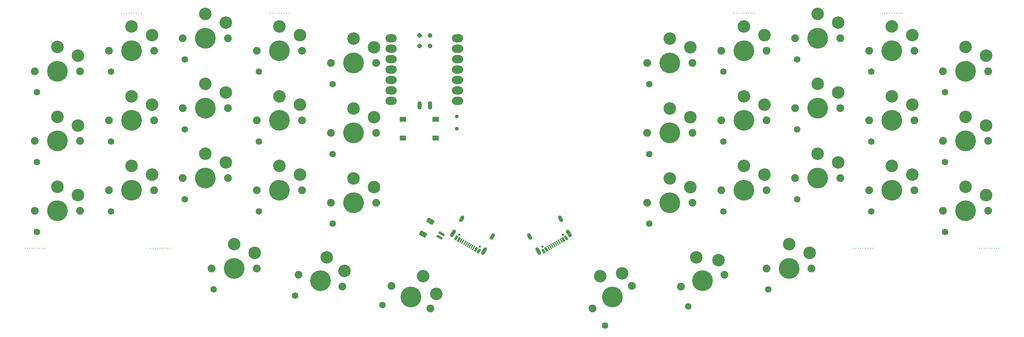
<source format=gbr>
%TF.GenerationSoftware,KiCad,Pcbnew,(6.0.8-1)-1*%
%TF.CreationDate,2022-11-15T13:56:25-05:00*%
%TF.ProjectId,kb2,6b62322e-6b69-4636-9164-5f7063625858,rev?*%
%TF.SameCoordinates,Original*%
%TF.FileFunction,Soldermask,Top*%
%TF.FilePolarity,Negative*%
%FSLAX46Y46*%
G04 Gerber Fmt 4.6, Leading zero omitted, Abs format (unit mm)*
G04 Created by KiCad (PCBNEW (6.0.8-1)-1) date 2022-11-15 13:56:25*
%MOMM*%
%LPD*%
G01*
G04 APERTURE LIST*
G04 Aperture macros list*
%AMRoundRect*
0 Rectangle with rounded corners*
0 $1 Rounding radius*
0 $2 $3 $4 $5 $6 $7 $8 $9 X,Y pos of 4 corners*
0 Add a 4 corners polygon primitive as box body*
4,1,4,$2,$3,$4,$5,$6,$7,$8,$9,$2,$3,0*
0 Add four circle primitives for the rounded corners*
1,1,$1+$1,$2,$3*
1,1,$1+$1,$4,$5*
1,1,$1+$1,$6,$7*
1,1,$1+$1,$8,$9*
0 Add four rect primitives between the rounded corners*
20,1,$1+$1,$2,$3,$4,$5,0*
20,1,$1+$1,$4,$5,$6,$7,0*
20,1,$1+$1,$6,$7,$8,$9,0*
20,1,$1+$1,$8,$9,$2,$3,0*%
%AMHorizOval*
0 Thick line with rounded ends*
0 $1 width*
0 $2 $3 position (X,Y) of the first rounded end (center of the circle)*
0 $4 $5 position (X,Y) of the second rounded end (center of the circle)*
0 Add line between two ends*
20,1,$1,$2,$3,$4,$5,0*
0 Add two circle primitives to create the rounded ends*
1,1,$1,$2,$3*
1,1,$1,$4,$5*%
%AMRotRect*
0 Rectangle, with rotation*
0 The origin of the aperture is its center*
0 $1 length*
0 $2 width*
0 $3 Rotation angle, in degrees counterclockwise*
0 Add horizontal line*
21,1,$1,$2,0,0,$3*%
G04 Aperture macros list end*
%ADD10C,0.300000*%
%ADD11C,5.050000*%
%ADD12C,1.900000*%
%ADD13C,1.600000*%
%ADD14C,3.050000*%
%ADD15C,0.600000*%
%ADD16RotRect,0.600000X1.160000X150.000000*%
%ADD17RotRect,0.300000X1.160000X330.000000*%
%ADD18HorizOval,0.900000X-0.275000X-0.476314X0.275000X0.476314X0*%
%ADD19HorizOval,0.900000X-0.200000X-0.346410X0.200000X0.346410X0*%
%ADD20R,1.550000X1.300000*%
%ADD21O,2.748280X1.998980*%
%ADD22O,1.016000X2.032000*%
%ADD23C,1.143000*%
%ADD24RoundRect,0.150000X-0.466266X0.442404X-0.616266X0.182596X0.466266X-0.442404X0.616266X-0.182596X0*%
%ADD25RoundRect,0.250000X-0.387917X0.628109X-0.737917X0.021891X0.387917X-0.628109X0.737917X-0.021891X0*%
%ADD26RotRect,0.600000X1.160000X210.000000*%
%ADD27RotRect,0.300000X1.160000X30.000000*%
%ADD28HorizOval,0.900000X0.275000X-0.476314X-0.275000X0.476314X0*%
%ADD29HorizOval,0.900000X0.200000X-0.346410X-0.200000X0.346410X0*%
%ADD30C,0.939800*%
G04 APERTURE END LIST*
D10*
%TO.C,*%
X242756872Y-113150000D03*
%TD*%
%TO.C,*%
X243350622Y-113150000D03*
%TD*%
%TO.C,*%
X238600622Y-113150000D03*
%TD*%
%TO.C,*%
X239194372Y-113150000D03*
%TD*%
%TO.C,*%
X241569372Y-113150000D03*
%TD*%
%TO.C,*%
X242163122Y-113150000D03*
%TD*%
%TO.C,*%
X240975622Y-113150000D03*
%TD*%
%TO.C,*%
X239788122Y-113150000D03*
%TD*%
%TO.C,*%
X240381872Y-113150000D03*
%TD*%
%TO.C,*%
X273500000Y-113150000D03*
%TD*%
%TO.C,*%
X274093750Y-113150000D03*
%TD*%
%TO.C,*%
X269343750Y-113150000D03*
%TD*%
%TO.C,*%
X269937500Y-113150000D03*
%TD*%
%TO.C,*%
X272312500Y-113150000D03*
%TD*%
%TO.C,*%
X272906250Y-113150000D03*
%TD*%
%TO.C,*%
X271718750Y-113150000D03*
%TD*%
%TO.C,*%
X270531250Y-113150000D03*
%TD*%
%TO.C,*%
X271125000Y-113150000D03*
%TD*%
%TO.C,*%
X71756872Y-113150000D03*
%TD*%
%TO.C,*%
X72350622Y-113150000D03*
%TD*%
%TO.C,*%
X67600622Y-113150000D03*
%TD*%
%TO.C,*%
X68194372Y-113150000D03*
%TD*%
%TO.C,*%
X70569372Y-113150000D03*
%TD*%
%TO.C,*%
X71163122Y-113150000D03*
%TD*%
%TO.C,*%
X69975622Y-113150000D03*
%TD*%
%TO.C,*%
X68788122Y-113150000D03*
%TD*%
%TO.C,*%
X69381872Y-113150000D03*
%TD*%
%TO.C,*%
X211430628Y-55850000D03*
%TD*%
%TO.C,*%
X41256872Y-113150000D03*
%TD*%
D11*
%TO.C,SW13*%
X212000000Y-99000000D03*
D12*
X206500000Y-99000000D03*
D13*
X207000000Y-104150000D03*
D14*
X217000000Y-95200000D03*
X212000000Y-93100000D03*
D12*
X217500000Y-99000000D03*
%TD*%
D13*
%TO.C,SW25*%
X94000000Y-104150000D03*
D14*
X104000000Y-95200000D03*
D12*
X104500000Y-99000000D03*
D14*
X99000000Y-93100000D03*
D12*
X93500000Y-99000000D03*
D11*
X99000000Y-99000000D03*
%TD*%
D14*
%TO.C,SW17*%
X86000000Y-92200000D03*
D11*
X81000000Y-96000000D03*
D12*
X75500000Y-96000000D03*
D13*
X76000000Y-101150000D03*
D12*
X86500000Y-96000000D03*
D14*
X81000000Y-90100000D03*
%TD*%
D10*
%TO.C,*%
X38881872Y-113150000D03*
%TD*%
%TO.C,*%
X60649378Y-55850000D03*
%TD*%
%TO.C,*%
X99618128Y-55850000D03*
%TD*%
D11*
%TO.C,SW23*%
X99000000Y-65000000D03*
D13*
X94000000Y-70150000D03*
D12*
X93500000Y-65000000D03*
X104500000Y-65000000D03*
D14*
X104000000Y-61200000D03*
X99000000Y-59100000D03*
%TD*%
D10*
%TO.C,*%
X65399378Y-55850000D03*
%TD*%
D15*
%TO.C,J2*%
X147777813Y-112700737D03*
X142772187Y-109810737D03*
D16*
X147516281Y-113773724D03*
X146823461Y-113373724D03*
D17*
X145827532Y-112798724D03*
X144961506Y-112298724D03*
X144528494Y-112048724D03*
X143662468Y-111548724D03*
D16*
X142666539Y-110973724D03*
X141973719Y-110573724D03*
X141973719Y-110573724D03*
X142666539Y-110973724D03*
D17*
X143229456Y-111298724D03*
X144095481Y-111798724D03*
X145394519Y-112548724D03*
X146260544Y-113048724D03*
D16*
X146823461Y-113373724D03*
X147516281Y-113773724D03*
D18*
X141293770Y-109511429D03*
D19*
X150861230Y-110220103D03*
D18*
X148776230Y-113831429D03*
D19*
X143378770Y-105900103D03*
%TD*%
D10*
%TO.C,*%
X212024378Y-55850000D03*
%TD*%
D14*
%TO.C,SW21*%
X230000000Y-90100000D03*
D12*
X235500000Y-96000000D03*
D14*
X235000000Y-92200000D03*
D11*
X230000000Y-96000000D03*
D12*
X224500000Y-96000000D03*
D13*
X225000000Y-101150000D03*
%TD*%
D10*
%TO.C,*%
X247430628Y-55850000D03*
%TD*%
D14*
%TO.C,SW19*%
X230000000Y-56100000D03*
D11*
X230000000Y-62000000D03*
D14*
X235000000Y-58200000D03*
D13*
X225000000Y-67150000D03*
D12*
X224500000Y-62000000D03*
X235500000Y-62000000D03*
%TD*%
D10*
%TO.C,*%
X62430628Y-55850000D03*
%TD*%
%TO.C,*%
X249805628Y-55850000D03*
%TD*%
D12*
%TO.C,SW34*%
X271500000Y-70000000D03*
D11*
X266000000Y-70000000D03*
D14*
X266000000Y-64100000D03*
D12*
X260500000Y-70000000D03*
D14*
X271000000Y-66200000D03*
D13*
X261000000Y-75150000D03*
%TD*%
D10*
%TO.C,*%
X37694372Y-113150000D03*
%TD*%
%TO.C,*%
X249211878Y-55850000D03*
%TD*%
D14*
%TO.C,SW35*%
X271000000Y-83200000D03*
X266000000Y-81100000D03*
D13*
X261000000Y-92150000D03*
D12*
X271500000Y-87000000D03*
D11*
X266000000Y-87000000D03*
D12*
X260500000Y-87000000D03*
%TD*%
D14*
%TO.C,SW29*%
X248000000Y-93100000D03*
D13*
X243000000Y-104150000D03*
D11*
X248000000Y-99000000D03*
D12*
X253500000Y-99000000D03*
D14*
X253000000Y-95200000D03*
D12*
X242500000Y-99000000D03*
%TD*%
D14*
%TO.C,SW7*%
X182430127Y-119209103D03*
X177050000Y-119890450D03*
D11*
X180000000Y-125000000D03*
D13*
X178244873Y-131960031D03*
D12*
X184763140Y-122250000D03*
X175236860Y-127750000D03*
%TD*%
%TO.C,SW22*%
X228500000Y-118000000D03*
X217500000Y-118000000D03*
D13*
X218000000Y-123150000D03*
D14*
X223000000Y-112100000D03*
X228000000Y-114200000D03*
D11*
X223000000Y-118000000D03*
%TD*%
D10*
%TO.C,*%
X61836878Y-55850000D03*
%TD*%
%TO.C,*%
X63618128Y-55850000D03*
%TD*%
%TO.C,*%
X97836878Y-55850000D03*
%TD*%
%TO.C,*%
X248024378Y-55850000D03*
%TD*%
D14*
%TO.C,SW2*%
X50000000Y-83200000D03*
D12*
X39500000Y-87000000D03*
D11*
X45000000Y-87000000D03*
D14*
X45000000Y-81100000D03*
D13*
X40000000Y-92150000D03*
D12*
X50500000Y-87000000D03*
%TD*%
D10*
%TO.C,*%
X37100622Y-113150000D03*
%TD*%
D12*
%TO.C,SW10*%
X57500000Y-99000000D03*
D14*
X63000000Y-93100000D03*
D13*
X58000000Y-104150000D03*
D12*
X68500000Y-99000000D03*
D11*
X63000000Y-99000000D03*
D14*
X68000000Y-95200000D03*
%TD*%
D13*
%TO.C,SW32*%
X112000000Y-107150000D03*
D12*
X122500000Y-102000000D03*
D14*
X117000000Y-96100000D03*
D12*
X111500000Y-102000000D03*
D11*
X117000000Y-102000000D03*
D14*
X122000000Y-98200000D03*
%TD*%
D10*
%TO.C,*%
X39475622Y-113150000D03*
%TD*%
%TO.C,*%
X61243128Y-55850000D03*
%TD*%
%TO.C,*%
X99024378Y-55850000D03*
%TD*%
%TO.C,*%
X210243128Y-55850000D03*
%TD*%
D20*
%TO.C,SW37*%
X136980000Y-81750000D03*
X129020000Y-81750000D03*
X136980000Y-86250000D03*
X129020000Y-86250000D03*
%TD*%
D10*
%TO.C,*%
X96649378Y-55850000D03*
%TD*%
%TO.C,*%
X63024378Y-55850000D03*
%TD*%
%TO.C,*%
X213211878Y-55850000D03*
%TD*%
D12*
%TO.C,SW31*%
X122500000Y-85000000D03*
D14*
X122000000Y-81200000D03*
D13*
X112000000Y-90150000D03*
D12*
X111500000Y-85000000D03*
D11*
X117000000Y-85000000D03*
D14*
X117000000Y-79100000D03*
%TD*%
%TO.C,SW14*%
X200472968Y-115301038D03*
D13*
X198503289Y-127268613D03*
D14*
X205846117Y-116035387D03*
D12*
X207312592Y-119576495D03*
D11*
X202000000Y-121000000D03*
D12*
X196687408Y-122423505D03*
%TD*%
D14*
%TO.C,SW15*%
X86000000Y-58200000D03*
X81000000Y-56100000D03*
D12*
X75500000Y-62000000D03*
D13*
X76000000Y-67150000D03*
D11*
X81000000Y-62000000D03*
D12*
X86500000Y-62000000D03*
%TD*%
D10*
%TO.C,*%
X97243128Y-55850000D03*
%TD*%
%TO.C,*%
X213805628Y-55850000D03*
%TD*%
D13*
%TO.C,SW28*%
X243000000Y-87150000D03*
D14*
X248000000Y-76100000D03*
D12*
X253500000Y-82000000D03*
D11*
X248000000Y-82000000D03*
D12*
X242500000Y-82000000D03*
D14*
X253000000Y-78200000D03*
%TD*%
D10*
%TO.C,*%
X40069372Y-113150000D03*
%TD*%
D14*
%TO.C,SW20*%
X235000000Y-75200000D03*
D11*
X230000000Y-79000000D03*
D14*
X230000000Y-73100000D03*
D12*
X224500000Y-79000000D03*
X235500000Y-79000000D03*
D13*
X225000000Y-84150000D03*
%TD*%
D10*
%TO.C,*%
X98430628Y-55850000D03*
%TD*%
D13*
%TO.C,SW3*%
X40000000Y-109150000D03*
D12*
X39500000Y-104000000D03*
D11*
X45000000Y-104000000D03*
D14*
X50000000Y-100200000D03*
D12*
X50500000Y-104000000D03*
D14*
X45000000Y-98100000D03*
%TD*%
D12*
%TO.C,SW4*%
X188500000Y-68000000D03*
X199500000Y-68000000D03*
D14*
X194000000Y-62100000D03*
D13*
X189000000Y-73150000D03*
D11*
X194000000Y-68000000D03*
D14*
X199000000Y-64200000D03*
%TD*%
D21*
%TO.C,U1*%
X126218710Y-62000490D03*
X126218710Y-64540490D03*
X126218710Y-67080490D03*
X126218710Y-69620490D03*
X126218710Y-72160490D03*
X126218710Y-74700490D03*
X126218710Y-77240490D03*
X142383270Y-77240490D03*
X142383270Y-74700490D03*
X142383270Y-72160490D03*
X142383270Y-69620490D03*
X142383270Y-67080490D03*
X142383270Y-64540490D03*
X142383270Y-62000490D03*
D22*
X133085590Y-78318310D03*
X135635590Y-78318310D03*
D23*
X133084393Y-61314123D03*
X135624393Y-61314123D03*
X133084393Y-63854123D03*
X135624393Y-63854123D03*
%TD*%
D10*
%TO.C,*%
X101399378Y-55850000D03*
%TD*%
D14*
%TO.C,SW5*%
X194000000Y-79100000D03*
D11*
X194000000Y-85000000D03*
D13*
X189000000Y-90150000D03*
D12*
X199500000Y-85000000D03*
X188500000Y-85000000D03*
D14*
X199000000Y-81200000D03*
%TD*%
%TO.C,SW8*%
X68000000Y-61200000D03*
D11*
X63000000Y-65000000D03*
D13*
X58000000Y-70150000D03*
D12*
X57500000Y-65000000D03*
X68500000Y-65000000D03*
D14*
X63000000Y-59100000D03*
%TD*%
D10*
%TO.C,*%
X214399378Y-55850000D03*
%TD*%
%TO.C,*%
X41850622Y-113150000D03*
%TD*%
D12*
%TO.C,SW1*%
X39500000Y-70000000D03*
D14*
X50000000Y-66200000D03*
D13*
X40000000Y-75150000D03*
D12*
X50500000Y-70000000D03*
D11*
X45000000Y-70000000D03*
D14*
X45000000Y-64100000D03*
%TD*%
D11*
%TO.C,SW9*%
X63000000Y-82000000D03*
D14*
X68000000Y-78200000D03*
D12*
X68500000Y-82000000D03*
D13*
X58000000Y-87150000D03*
D14*
X63000000Y-76100000D03*
D12*
X57500000Y-82000000D03*
%TD*%
D10*
%TO.C,*%
X40663122Y-113150000D03*
%TD*%
D11*
%TO.C,SW24*%
X99000000Y-82000000D03*
D13*
X94000000Y-87150000D03*
D12*
X93500000Y-82000000D03*
X104500000Y-82000000D03*
D14*
X104000000Y-78200000D03*
X99000000Y-76100000D03*
%TD*%
D10*
%TO.C,*%
X100211878Y-55850000D03*
%TD*%
%TO.C,*%
X246243128Y-55850000D03*
%TD*%
D12*
%TO.C,SW36*%
X271500000Y-104000000D03*
D14*
X271000000Y-100200000D03*
X266000000Y-98100000D03*
D12*
X260500000Y-104000000D03*
D13*
X261000000Y-109150000D03*
D11*
X266000000Y-104000000D03*
%TD*%
D10*
%TO.C,*%
X209649378Y-55850000D03*
%TD*%
%TO.C,*%
X212618128Y-55850000D03*
%TD*%
%TO.C,*%
X38288122Y-113150000D03*
%TD*%
D14*
%TO.C,SW6*%
X194000000Y-96100000D03*
D11*
X194000000Y-102000000D03*
D12*
X188500000Y-102000000D03*
X199500000Y-102000000D03*
D14*
X199000000Y-98200000D03*
D13*
X189000000Y-107150000D03*
%TD*%
D10*
%TO.C,*%
X64211878Y-55850000D03*
%TD*%
D24*
%TO.C,J1*%
X138482051Y-109566987D03*
X137982051Y-110433013D03*
D25*
X135776202Y-106503654D03*
X133976202Y-109621346D03*
%TD*%
D15*
%TO.C,J3*%
X168005626Y-109810737D03*
X163000000Y-112700737D03*
D26*
X168804094Y-110573724D03*
X168111274Y-110973724D03*
D27*
X167115345Y-111548724D03*
X166249319Y-112048724D03*
X165816307Y-112298724D03*
X164950281Y-112798724D03*
D26*
X163954352Y-113373724D03*
X163261532Y-113773724D03*
X163261532Y-113773724D03*
X163954352Y-113373724D03*
D27*
X164517269Y-113048724D03*
X165383294Y-112548724D03*
X166682332Y-111798724D03*
X167548357Y-111298724D03*
D26*
X168111274Y-110973724D03*
X168804094Y-110573724D03*
D28*
X169484043Y-109511429D03*
D29*
X167399043Y-105900103D03*
D28*
X162001583Y-113831429D03*
D29*
X159916583Y-110220103D03*
%TD*%
D10*
%TO.C,*%
X100805628Y-55850000D03*
%TD*%
D13*
%TO.C,SW11*%
X207000000Y-70150000D03*
D12*
X217500000Y-65000000D03*
D11*
X212000000Y-65000000D03*
D14*
X212000000Y-59100000D03*
X217000000Y-61200000D03*
D12*
X206500000Y-65000000D03*
%TD*%
D10*
%TO.C,*%
X210836878Y-55850000D03*
%TD*%
%TO.C,*%
X245649378Y-55850000D03*
%TD*%
D11*
%TO.C,SW12*%
X212000000Y-82000000D03*
D13*
X207000000Y-87150000D03*
D14*
X217000000Y-78200000D03*
X212000000Y-76100000D03*
D12*
X217500000Y-82000000D03*
X206500000Y-82000000D03*
%TD*%
D11*
%TO.C,SW30*%
X117000000Y-68000000D03*
D14*
X122000000Y-64200000D03*
D13*
X112000000Y-73150000D03*
D12*
X122500000Y-68000000D03*
X111500000Y-68000000D03*
D14*
X117000000Y-62100000D03*
%TD*%
D11*
%TO.C,SW27*%
X248000000Y-65000000D03*
D13*
X243000000Y-70150000D03*
D14*
X248000000Y-59100000D03*
D12*
X253500000Y-65000000D03*
D14*
X253000000Y-61200000D03*
D12*
X242500000Y-65000000D03*
%TD*%
D14*
%TO.C,SW18*%
X93000000Y-114200000D03*
D12*
X82500000Y-118000000D03*
D11*
X88000000Y-118000000D03*
D12*
X93500000Y-118000000D03*
D14*
X88000000Y-112100000D03*
D13*
X83000000Y-123150000D03*
%TD*%
D14*
%TO.C,SW16*%
X81000000Y-73100000D03*
D11*
X81000000Y-79000000D03*
D12*
X75500000Y-79000000D03*
X86500000Y-79000000D03*
D14*
X86000000Y-75200000D03*
D13*
X76000000Y-84150000D03*
%TD*%
D10*
%TO.C,*%
X246836878Y-55850000D03*
%TD*%
D13*
%TO.C,SW26*%
X102837453Y-124680423D03*
D12*
X103687408Y-119576495D03*
D14*
X114813142Y-118623577D03*
D12*
X114312592Y-122423505D03*
D14*
X110527032Y-115301038D03*
D11*
X109000000Y-121000000D03*
%TD*%
D10*
%TO.C,*%
X64805628Y-55850000D03*
%TD*%
%TO.C,*%
X250399378Y-55850000D03*
%TD*%
%TO.C,*%
X248618128Y-55850000D03*
%TD*%
D14*
%TO.C,SW33*%
X137230127Y-124209103D03*
X133950000Y-119890450D03*
D13*
X124094873Y-126960031D03*
D12*
X135763140Y-127750000D03*
X126236860Y-122250000D03*
D11*
X131000000Y-125000000D03*
%TD*%
D30*
%TO.C,SW38*%
X142198099Y-81000000D03*
X142198099Y-84000000D03*
%TD*%
M02*

</source>
